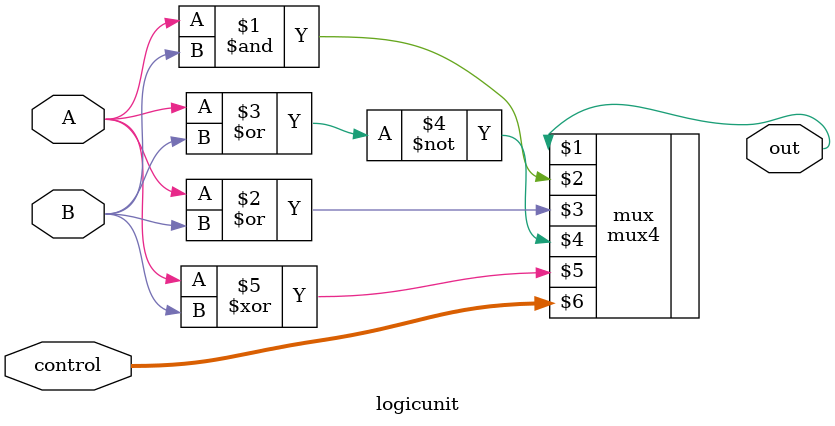
<source format=v>
module logicunit(out, A, B, control);
    output      out;
    input       A, B;
    input [1:0] control;

    mux4 mux(out, A&B, A|B, A~|B, A^B, control);

endmodule // logicunit

</source>
